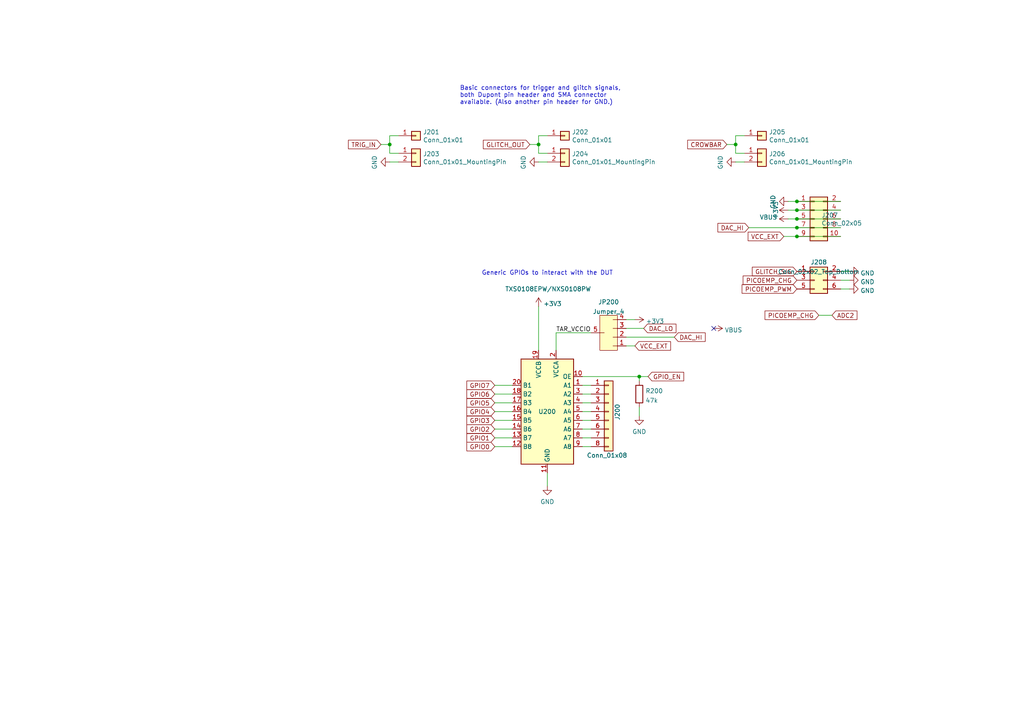
<source format=kicad_sch>
(kicad_sch (version 20211123) (generator eeschema)
  (paper "A4")
  (lib_symbols
    (symbol "Connector_Generic:Conn_01x01" (pin_names (offset 1.016) hide)
      (property "Reference" "J" (at 0 2.54 0))
      (property "Value" "Conn_01x01" (at 0 -2.54 0))
      (symbol "Conn_01x01_1_1"
        (rectangle (start -1.27 0.127) (end 0 -0.127) (stroke (width 0.1524)))
        (rectangle (start -1.27 1.27) (end 1.27 -1.27) (stroke (width 0.254)) (fill (type background)))
        (pin passive line (at -5.08 0 0) (length 3.81) (name "Pin_1") (number "1"))
      )
    )
    (symbol "Connector_Generic:Conn_01x02" (pin_names (offset 1.016) hide)
      (property "Reference" "J" (at 0 2.54 0))
      (property "Value" "Conn_01x02" (at 0 -5.08 0))
      (symbol "Conn_01x02_1_1"
        (rectangle (start -1.27 -2.413) (end 0 -2.667) (stroke (width 0.1524)))
        (rectangle (start -1.27 0.127) (end 0 -0.127) (stroke (width 0.1524)))
        (rectangle (start -1.27 1.27) (end 1.27 -3.81) (stroke (width 0.254)) (fill (type background)))
        (pin passive line (at -5.08 0 0) (length 3.81) (name "Pin_1") (number "1"))
        (pin passive line (at -5.08 -2.54 0) (length 3.81) (name "Pin_2") (number "2"))
      )
    )
    (symbol "Connector_Generic:Conn_01x08" (pin_names (offset 1.016) hide)
      (property "Reference" "J" (at 0 10.16 0))
      (property "Value" "Conn_01x08" (at 0 -12.7 0))
      (symbol "Conn_01x08_1_1"
        (rectangle (start -1.27 -10.033) (end 0 -10.287) (stroke (width 0.1524)))
        (rectangle (start -1.27 -7.493) (end 0 -7.747) (stroke (width 0.1524)))
        (rectangle (start -1.27 -4.953) (end 0 -5.207) (stroke (width 0.1524)))
        (rectangle (start -1.27 -2.413) (end 0 -2.667) (stroke (width 0.1524)))
        (rectangle (start -1.27 0.127) (end 0 -0.127) (stroke (width 0.1524)))
        (rectangle (start -1.27 2.667) (end 0 2.413) (stroke (width 0.1524)))
        (rectangle (start -1.27 5.207) (end 0 4.953) (stroke (width 0.1524)))
        (rectangle (start -1.27 7.747) (end 0 7.493) (stroke (width 0.1524)))
        (rectangle (start -1.27 8.89) (end 1.27 -11.43) (stroke (width 0.254)) (fill (type background)))
        (pin passive line (at -5.08 7.62 0) (length 3.81) (name "Pin_1") (number "1"))
        (pin passive line (at -5.08 5.08 0) (length 3.81) (name "Pin_2") (number "2"))
        (pin passive line (at -5.08 2.54 0) (length 3.81) (name "Pin_3") (number "3"))
        (pin passive line (at -5.08 0 0) (length 3.81) (name "Pin_4") (number "4"))
        (pin passive line (at -5.08 -2.54 0) (length 3.81) (name "Pin_5") (number "5"))
        (pin passive line (at -5.08 -5.08 0) (length 3.81) (name "Pin_6") (number "6"))
        (pin passive line (at -5.08 -7.62 0) (length 3.81) (name "Pin_7") (number "7"))
        (pin passive line (at -5.08 -10.16 0) (length 3.81) (name "Pin_8") (number "8"))
      )
    )
    (symbol "Connector_Generic:Conn_02x03_Odd_Even" (pin_names (offset 1.016) hide)
      (property "Reference" "J" (at 1.27 5.08 0))
      (property "Value" "Conn_02x03_Odd_Even" (at 1.27 -5.08 0))
      (symbol "Conn_02x03_Odd_Even_1_1"
        (rectangle (start -1.27 -2.413) (end 0 -2.667) (stroke (width 0.1524)))
        (rectangle (start -1.27 0.127) (end 0 -0.127) (stroke (width 0.1524)))
        (rectangle (start -1.27 2.667) (end 0 2.413) (stroke (width 0.1524)))
        (rectangle (start -1.27 3.81) (end 3.81 -3.81) (stroke (width 0.254)) (fill (type background)))
        (rectangle (start 3.81 -2.413) (end 2.54 -2.667) (stroke (width 0.1524)))
        (rectangle (start 3.81 0.127) (end 2.54 -0.127) (stroke (width 0.1524)))
        (rectangle (start 3.81 2.667) (end 2.54 2.413) (stroke (width 0.1524)))
        (pin passive line (at -5.08 2.54 0) (length 3.81) (name "Pin_1") (number "1"))
        (pin passive line (at 7.62 2.54 180) (length 3.81) (name "Pin_2") (number "2"))
        (pin passive line (at -5.08 0 0) (length 3.81) (name "Pin_3") (number "3"))
        (pin passive line (at 7.62 0 180) (length 3.81) (name "Pin_4") (number "4"))
        (pin passive line (at -5.08 -2.54 0) (length 3.81) (name "Pin_5") (number "5"))
        (pin passive line (at 7.62 -2.54 180) (length 3.81) (name "Pin_6") (number "6"))
      )
    )
    (symbol "Connector_Generic:Conn_02x05_Odd_Even" (pin_names (offset 1.016) hide)
      (property "Reference" "J" (at 1.27 7.62 0))
      (property "Value" "Conn_02x05_Odd_Even" (at 1.27 -7.62 0))
      (symbol "Conn_02x05_Odd_Even_1_1"
        (rectangle (start -1.27 -4.953) (end 0 -5.207) (stroke (width 0.1524)))
        (rectangle (start -1.27 -2.413) (end 0 -2.667) (stroke (width 0.1524)))
        (rectangle (start -1.27 0.127) (end 0 -0.127) (stroke (width 0.1524)))
        (rectangle (start -1.27 2.667) (end 0 2.413) (stroke (width 0.1524)))
        (rectangle (start -1.27 5.207) (end 0 4.953) (stroke (width 0.1524)))
        (rectangle (start -1.27 6.35) (end 3.81 -6.35) (stroke (width 0.254)) (fill (type background)))
        (rectangle (start 3.81 -4.953) (end 2.54 -5.207) (stroke (width 0.1524)))
        (rectangle (start 3.81 -2.413) (end 2.54 -2.667) (stroke (width 0.1524)))
        (rectangle (start 3.81 0.127) (end 2.54 -0.127) (stroke (width 0.1524)))
        (rectangle (start 3.81 2.667) (end 2.54 2.413) (stroke (width 0.1524)))
        (rectangle (start 3.81 5.207) (end 2.54 4.953) (stroke (width 0.1524)))
        (pin passive line (at -5.08 5.08 0) (length 3.81) (name "Pin_1") (number "1"))
        (pin passive line (at 7.62 -5.08 180) (length 3.81) (name "Pin_10") (number "10"))
        (pin passive line (at 7.62 5.08 180) (length 3.81) (name "Pin_2") (number "2"))
        (pin passive line (at -5.08 2.54 0) (length 3.81) (name "Pin_3") (number "3"))
        (pin passive line (at 7.62 2.54 180) (length 3.81) (name "Pin_4") (number "4"))
        (pin passive line (at -5.08 0 0) (length 3.81) (name "Pin_5") (number "5"))
        (pin passive line (at 7.62 0 180) (length 3.81) (name "Pin_6") (number "6"))
        (pin passive line (at -5.08 -2.54 0) (length 3.81) (name "Pin_7") (number "7"))
        (pin passive line (at 7.62 -2.54 180) (length 3.81) (name "Pin_8") (number "8"))
        (pin passive line (at -5.08 -5.08 0) (length 3.81) (name "Pin_9") (number "9"))
      )
    )
    (symbol "Device:R" (pin_numbers hide) (pin_names (offset 0))
      (property "Reference" "R" (at 2.032 0 90))
      (property "Value" "R" (at 0 0 90))
      (symbol "R_0_1"
        (rectangle (start -1.016 -2.54) (end 1.016 2.54) (stroke (width 0.254)))
      )
      (symbol "R_1_1"
        (pin passive line (at 0 3.81 270) (length 1.27) (name "~") (number "1"))
        (pin passive line (at 0 -3.81 90) (length 1.27) (name "~") (number "2"))
      )
    )
    (symbol "Logic_LevelTranslator:TXS0108EPW"
      (property "Reference" "U" (at -6.35 16.51 0))
      (property "Value" "TXS0108EPW" (at 3.81 16.51 0))
      (symbol "TXS0108EPW_0_1"
        (rectangle (start -7.62 15.24) (end 7.62 -15.24) (stroke (width 0.254)) (fill (type background)))
      )
      (symbol "TXS0108EPW_1_1"
        (pin bidirectional line (at -10.16 7.62 0) (length 2.54) (name "A1") (number "1"))
        (pin input line (at -10.16 10.16 0) (length 2.54) (name "OE") (number "10"))
        (pin power_in line (at 0 -17.78 90) (length 2.54) (name "GND") (number "11"))
        (pin bidirectional line (at 10.16 -10.16 180) (length 2.54) (name "B8") (number "12"))
        (pin bidirectional line (at 10.16 -7.62 180) (length 2.54) (name "B7") (number "13"))
        (pin bidirectional line (at 10.16 -5.08 180) (length 2.54) (name "B6") (number "14"))
        (pin bidirectional line (at 10.16 -2.54 180) (length 2.54) (name "B5") (number "15"))
        (pin bidirectional line (at 10.16 0 180) (length 2.54) (name "B4") (number "16"))
        (pin bidirectional line (at 10.16 2.54 180) (length 2.54) (name "B3") (number "17"))
        (pin bidirectional line (at 10.16 5.08 180) (length 2.54) (name "B2") (number "18"))
        (pin power_in line (at 2.54 17.78 270) (length 2.54) (name "VCCB") (number "19"))
        (pin power_in line (at -2.54 17.78 270) (length 2.54) (name "VCCA") (number "2"))
        (pin bidirectional line (at 10.16 7.62 180) (length 2.54) (name "B1") (number "20"))
        (pin bidirectional line (at -10.16 5.08 0) (length 2.54) (name "A2") (number "3"))
        (pin bidirectional line (at -10.16 2.54 0) (length 2.54) (name "A3") (number "4"))
        (pin bidirectional line (at -10.16 0 0) (length 2.54) (name "A4") (number "5"))
        (pin bidirectional line (at -10.16 -2.54 0) (length 2.54) (name "A5") (number "6"))
        (pin bidirectional line (at -10.16 -5.08 0) (length 2.54) (name "A6") (number "7"))
        (pin bidirectional line (at -10.16 -7.62 0) (length 2.54) (name "A7") (number "8"))
        (pin bidirectional line (at -10.16 -10.16 0) (length 2.54) (name "A8") (number "9"))
      )
    )
    (symbol "misc-mcus:Jumper_4" (pin_names (offset 1.016))
      (property "Reference" "JP" (at 0 11.43 0))
      (property "Value" "Jumper_4" (at 0 11.43 0))
      (symbol "Jumper_4_0_1"
        (rectangle (start -2.54 5.08) (end 2.54 -5.08) (fill (type background)))
        (polyline (pts (xy -2.54 -3.81) (xy -1.27 -3.81)))
        (polyline (pts (xy -2.54 -1.27) (xy -1.27 -1.27)))
        (polyline (pts (xy -2.54 1.27) (xy -1.27 1.27)))
        (polyline (pts (xy -2.54 3.81) (xy -1.27 3.81)))
        (polyline (pts (xy 2.54 0) (xy 1.27 0)))
      )
      (symbol "Jumper_4_1_1"
        (pin passive line (at -5.08 3.81 0) (length 2.54) (name "~") (number "1"))
        (pin passive line (at -5.08 1.27 0) (length 2.54) (name "~") (number "2"))
        (pin passive line (at -5.08 -1.27 0) (length 2.54) (name "~") (number "3"))
        (pin passive line (at -5.08 -3.81 0) (length 2.54) (name "~") (number "4"))
        (pin passive line (at 5.08 0 180) (length 2.54) (name "~") (number "5"))
      )
    )
    (symbol "power:+3.3V" (power) (pin_names (offset 0))
      (property "Value" "+3.3V" (at 0 3.556 0))
      (symbol "+3.3V_0_1"
        (polyline (pts (xy -0.762 1.27) (xy 0 2.54)))
        (polyline (pts (xy 0 0) (xy 0 2.54)))
        (polyline (pts (xy 0 2.54) (xy 0.762 1.27)))
      )
      (symbol "+3.3V_1_1"
        (pin power_in line (at 0 0 90) (length 0) hide (name "+3V3") (number "1"))
      )
    )
    (symbol "power:GND" (power) (pin_names (offset 0))
      (property "Value" "GND" (at 0 -3.81 0))
      (symbol "GND_0_1"
        (polyline (pts (xy 0 0) (xy 0 -1.27) (xy 1.27 -1.27) (xy 0 -2.54) (xy -1.27 -1.27) (xy 0 -1.27)))
      )
      (symbol "GND_1_1"
        (pin power_in line (at 0 0 270) (length 0) hide (name "GND") (number "1"))
      )
    )
    (symbol "power:VBUS" (power) (pin_names (offset 0))
      (property "Value" "VBUS" (at 0 3.81 0))
      (symbol "VBUS_0_1"
        (polyline (pts (xy -0.762 1.27) (xy 0 2.54)))
        (polyline (pts (xy 0 0) (xy 0 2.54)))
        (polyline (pts (xy 0 2.54) (xy 0.762 1.27)))
      )
      (symbol "VBUS_1_1"
        (pin power_in line (at 0 0 90) (length 0) hide (name "VBUS") (number "1"))
      )
    )
  )
  (junction (at 231.14 68.58))
  (junction (at 156.21 41.91))
  (junction (at 231.14 58.42))
  (junction (at 231.14 63.5))
  (junction (at 113.03 41.91))
  (junction (at 231.14 66.04))
  (junction (at 231.14 60.96))
  (junction (at 213.36 41.91))
  (junction (at 185.42 109.22))
  (no_connect (at 207.01 95.25))
  (wire (pts (xy 213.36 41.91) (xy 213.36 44.45)))
  (wire (pts (xy 181.61 97.79) (xy 195.58 97.79)))
  (wire (pts (xy 243.84 68.58) (xy 231.14 68.58)))
  (wire (pts (xy 168.91 111.76) (xy 171.45 111.76)))
  (wire (pts (xy 161.29 101.6) (xy 161.29 96.52)))
  (wire (pts (xy 153.67 41.91) (xy 156.21 41.91)))
  (wire (pts (xy 168.91 124.46) (xy 171.45 124.46)))
  (wire (pts (xy 143.51 124.46) (xy 148.59 124.46)))
  (wire (pts (xy 243.84 63.5) (xy 231.14 63.5)))
  (wire (pts (xy 143.51 119.38) (xy 148.59 119.38)))
  (wire (pts (xy 213.36 46.99) (xy 215.9 46.99)))
  (wire (pts (xy 185.42 109.22) (xy 185.42 110.49)))
  (wire (pts (xy 231.14 63.5) (xy 228.6 63.5)))
  (wire (pts (xy 143.51 114.3) (xy 148.59 114.3)))
  (wire (pts (xy 156.21 39.37) (xy 156.21 41.91)))
  (wire (pts (xy 143.51 116.84) (xy 148.59 116.84)))
  (wire (pts (xy 110.49 41.91) (xy 113.03 41.91)))
  (wire (pts (xy 243.84 78.74) (xy 246.38 78.74)))
  (wire (pts (xy 168.91 109.22) (xy 185.42 109.22)))
  (wire (pts (xy 213.36 39.37) (xy 213.36 41.91)))
  (wire (pts (xy 168.91 116.84) (xy 171.45 116.84)))
  (wire (pts (xy 231.14 60.96) (xy 228.6 60.96)))
  (wire (pts (xy 231.14 58.42) (xy 228.6 58.42)))
  (wire (pts (xy 243.84 81.28) (xy 246.38 81.28)))
  (wire (pts (xy 215.9 39.37) (xy 213.36 39.37)))
  (wire (pts (xy 187.96 109.22) (xy 185.42 109.22)))
  (wire (pts (xy 168.91 121.92) (xy 171.45 121.92)))
  (wire (pts (xy 156.21 46.99) (xy 158.75 46.99)))
  (wire (pts (xy 243.84 66.04) (xy 231.14 66.04)))
  (wire (pts (xy 215.9 44.45) (xy 213.36 44.45)))
  (wire (pts (xy 113.03 39.37) (xy 113.03 41.91)))
  (wire (pts (xy 143.51 111.76) (xy 148.59 111.76)))
  (wire (pts (xy 158.75 39.37) (xy 156.21 39.37)))
  (wire (pts (xy 156.21 41.91) (xy 156.21 44.45)))
  (wire (pts (xy 143.51 121.92) (xy 148.59 121.92)))
  (wire (pts (xy 243.84 83.82) (xy 246.38 83.82)))
  (wire (pts (xy 181.61 92.71) (xy 184.15 92.71)))
  (wire (pts (xy 158.75 137.16) (xy 158.75 140.97)))
  (wire (pts (xy 161.29 96.52) (xy 171.45 96.52)))
  (wire (pts (xy 115.57 39.37) (xy 113.03 39.37)))
  (wire (pts (xy 243.84 60.96) (xy 231.14 60.96)))
  (wire (pts (xy 158.75 44.45) (xy 156.21 44.45)))
  (wire (pts (xy 168.91 129.54) (xy 171.45 129.54)))
  (wire (pts (xy 181.61 95.25) (xy 186.69 95.25)))
  (wire (pts (xy 185.42 118.11) (xy 185.42 120.65)))
  (wire (pts (xy 237.49 91.44) (xy 241.3 91.44)))
  (wire (pts (xy 143.51 129.54) (xy 148.59 129.54)))
  (wire (pts (xy 231.14 68.58) (xy 227.33 68.58)))
  (wire (pts (xy 168.91 114.3) (xy 171.45 114.3)))
  (wire (pts (xy 168.91 119.38) (xy 171.45 119.38)))
  (wire (pts (xy 115.57 44.45) (xy 113.03 44.45)))
  (wire (pts (xy 143.51 127) (xy 148.59 127)))
  (wire (pts (xy 231.14 66.04) (xy 217.17 66.04)))
  (wire (pts (xy 156.21 88.9) (xy 156.21 101.6)))
  (wire (pts (xy 168.91 127) (xy 171.45 127)))
  (wire (pts (xy 113.03 46.99) (xy 115.57 46.99)))
  (wire (pts (xy 210.82 41.91) (xy 213.36 41.91)))
  (wire (pts (xy 243.84 58.42) (xy 231.14 58.42)))
  (wire (pts (xy 113.03 41.91) (xy 113.03 44.45)))
  (wire (pts (xy 181.61 100.33) (xy 184.15 100.33)))
  (text "Basic connectors for trigger and glitch signals,\nboth Dupont pin header and SMA connector\navailable. (Also another pin header for GND.)" (at 133.35 30.48 0) (effects (font (size 1.27 1.27)) (justify left bottom)))
  (text "Generic GPIOs to interact with the DUT" (at 139.7 80.01 0) (effects (font (size 1.27 1.27)) (justify left bottom)))
  (label "TAR_VCCIO" (at 161.29 96.52 0))
  (global_label "DAC_HI" (shape input) (at 195.58 97.79 0) (property "Intersheet References" "${INTERSHEET_REFS}" (effects hide)))
  (global_label "GPIO2" (shape input) (at 143.51 124.46 180) (property "Intersheet References" "${INTERSHEET_REFS}" (effects hide)))
  (global_label "VCC_EXT" (shape input) (at 227.33 68.58 180) (property "Intersheet References" "${INTERSHEET_REFS}" (effects hide)))
  (global_label "GPIO1" (shape input) (at 143.51 127 180) (property "Intersheet References" "${INTERSHEET_REFS}" (effects hide)))
  (global_label "GLITCH_OUT" (shape input) (at 153.67 41.91 180) (property "Intersheet References" "${INTERSHEET_REFS}" (effects hide)))
  (global_label "PICOEMP_PWM" (shape input) (at 231.14 83.82 180) (property "Intersheet References" "${INTERSHEET_REFS}" (effects hide)))
  (global_label "GPIO7" (shape input) (at 143.51 111.76 180) (property "Intersheet References" "${INTERSHEET_REFS}" (effects hide)))
  (global_label "GPIO_EN" (shape input) (at 187.96 109.22 0) (property "Intersheet References" "${INTERSHEET_REFS}" (effects hide)))
  (global_label "GPIO6" (shape input) (at 143.51 114.3 180) (property "Intersheet References" "${INTERSHEET_REFS}" (effects hide)))
  (global_label "GPIO4" (shape input) (at 143.51 119.38 180) (property "Intersheet References" "${INTERSHEET_REFS}" (effects hide)))
  (global_label "GPIO3" (shape input) (at 143.51 121.92 180) (property "Intersheet References" "${INTERSHEET_REFS}" (effects hide)))
  (global_label "ADC2" (shape input) (at 241.3 91.44 0) (property "Intersheet References" "${INTERSHEET_REFS}" (effects hide)))
  (global_label "DAC_HI" (shape input) (at 217.17 66.04 180) (property "Intersheet References" "${INTERSHEET_REFS}" (effects hide)))
  (global_label "TRIG_IN" (shape input) (at 110.49 41.91 180) (property "Intersheet References" "${INTERSHEET_REFS}" (effects hide)))
  (global_label "GPIO0" (shape input) (at 143.51 129.54 180) (property "Intersheet References" "${INTERSHEET_REFS}" (effects hide)))
  (global_label "PICOEMP_CHG" (shape input) (at 231.14 81.28 180) (property "Intersheet References" "${INTERSHEET_REFS}" (effects hide)))
  (global_label "PICOEMP_CHG" (shape input) (at 237.49 91.44 180) (property "Intersheet References" "${INTERSHEET_REFS}" (effects hide)))
  (global_label "GPIO5" (shape input) (at 143.51 116.84 180) (property "Intersheet References" "${INTERSHEET_REFS}" (effects hide)))
  (global_label "DAC_LO" (shape input) (at 186.69 95.25 0) (property "Intersheet References" "${INTERSHEET_REFS}" (effects hide)))
  (global_label "GLITCH_SIG" (shape input) (at 231.14 78.74 180) (property "Intersheet References" "${INTERSHEET_REFS}" (effects hide)))
  (global_label "VCC_EXT" (shape input) (at 184.15 100.33 0) (property "Intersheet References" "${INTERSHEET_REFS}" (effects hide)))
  (global_label "CROWBAR" (shape input) (at 210.82 41.91 180) (property "Intersheet References" "${INTERSHEET_REFS}" (effects hide)))
  (symbol (lib_id "Connector_Generic:Conn_01x01") (at 120.65 39.37 0) (unit 1)
    (property "Reference" "J201" (at 122.682 38.3032 0) (effects (justify left)))
    (property "Value" "Conn_01x01" (at 122.682 40.6146 0) (effects (justify left)))
    (property "Footprint" "Connector_PinHeader_2.54mm:PinHeader_1x01_P2.54mm_Vertical" (effects hide))
  )
  (symbol (lib_id "Connector_Generic:Conn_01x02") (at 120.65 44.45 0) (unit 1)
    (property "Reference" "J203" (at 122.682 44.6532 0) (effects (justify left)))
    (property "Value" "Conn_01x01_MountingPin" (at 122.682 46.9646 0) (effects (justify left)))
    (property "Footprint" "Connector_Coaxial:SMA_Amphenol_132289_EdgeMount" (effects hide))
  )
  (symbol (lib_id "Connector_Generic:Conn_01x01") (at 163.83 39.37 0) (unit 1)
    (property "Reference" "J202" (at 165.862 38.3032 0) (effects (justify left)))
    (property "Value" "Conn_01x01" (at 165.862 40.6146 0) (effects (justify left)))
    (property "Footprint" "Connector_PinHeader_2.54mm:PinHeader_1x01_P2.54mm_Vertical" (effects hide))
  )
  (symbol (lib_id "Connector_Generic:Conn_01x02") (at 163.83 44.45 0) (unit 1)
    (property "Reference" "J204" (at 165.862 44.6532 0) (effects (justify left)))
    (property "Value" "Conn_01x01_MountingPin" (at 165.862 46.9646 0) (effects (justify left)))
    (property "Footprint" "Connector_Coaxial:SMA_Amphenol_132289_EdgeMount" (effects hide))
  )
  (symbol (lib_id "power:GND") (at 113.03 46.99 270) (unit 1)
    (property "Reference" "#PWR0131" (effects hide))
    (property "Value" "GND" (at 108.6358 47.117 0))
  )
  (symbol (lib_id "power:GND") (at 156.21 46.99 270) (unit 1)
    (property "Reference" "#PWR0132" (effects hide))
    (property "Value" "GND" (at 151.8158 47.117 0))
  )
  (symbol (lib_id "Connector_Generic:Conn_02x05_Odd_Even") (at 236.22 63.5 0) (unit 1)
    (property "Reference" "J207" (at 238.252 62.4332 0) (effects (justify left)))
    (property "Value" "Conn_02x05" (at 238.252 64.7446 0) (effects (justify left)))
    (property "Footprint" "Connector_PinHeader_2.54mm:PinHeader_2x05_P2.54mm_Vertical" (effects hide))
  )
  (symbol (lib_id "power:GND") (at 228.6 58.42 270) (unit 1)
    (property "Reference" "#PWR0133" (effects hide))
    (property "Value" "GND" (at 224.2058 58.547 0))
  )
  (symbol (lib_id "power:+3.3V") (at 156.21 88.9 0) (unit 1)
    (property "Reference" "#PWR0134" (effects hide))
    (property "Value" "+3.3V" (at 157.607 88.109 0) (effects (justify left)))
  )
  (symbol (lib_id "Connector_Generic:Conn_02x03_Odd_Even") (at 236.22 81.28 0) (unit 1)
    (property "Reference" "J208" (at 237.49 76.0435 0))
    (property "Value" "Conn_02x02_Top_Bottom" (at 237.49 78.8186 0))
    (property "Footprint" "Connector_PinHeader_2.54mm:PinHeader_2x03_P2.54mm_Vertical" (effects hide))
  )
  (symbol (lib_id "misc-mcus:Jumper_4") (at 176.53 96.52 180) (unit 1)
    (property "Reference" "JP200" (at 176.53 87.6005 0))
    (property "Value" "Jumper_4" (at 176.53 90.3756 0))
    (property "Footprint" "Connector_PinHeader_2.54mm:PinHeader_2x04_P2.54mm_Vertical" (effects hide))
  )
  (symbol (lib_id "power:GND") (at 246.38 83.82 90) (unit 1)
    (property "Reference" "#PWR0162" (effects hide))
    (property "Value" "GND" (at 249.555 84.299 90) (effects (justify right)))
  )
  (symbol (lib_id "power:VBUS") (at 207.01 95.25 270) (unit 1)
    (property "Reference" "#PWR0136" (effects hide))
    (property "Value" "VBUS" (at 210.185 95.729 90) (effects (justify left)))
  )
  (symbol (lib_id "power:+3.3V") (at 184.15 92.71 270) (unit 1)
    (property "Reference" "#PWR0135" (effects hide))
    (property "Value" "+3.3V" (at 187.325 93.189 90) (effects (justify left)))
  )
  (symbol (lib_id "Device:R") (at 185.42 114.3 180) (unit 1)
    (property "Reference" "R200" (at 187.198 113.3915 0) (effects (justify right)))
    (property "Value" "47k" (at 187.198 116.1666 0) (effects (justify right)))
    (property "Footprint" "Resistor_SMD:R_0805_2012Metric_Pad1.20x1.40mm_HandSolder" (effects hide))
  )
  (symbol (lib_id "Connector_Generic:Conn_01x01") (at 220.98 39.37 0) (unit 1)
    (property "Reference" "J205" (at 223.012 38.3032 0) (effects (justify left)))
    (property "Value" "Conn_01x01" (at 223.012 40.6146 0) (effects (justify left)))
    (property "Footprint" "Connector_PinHeader_2.54mm:PinHeader_1x01_P2.54mm_Vertical" (effects hide))
  )
  (symbol (lib_id "power:GND") (at 158.75 140.97 0) (unit 1)
    (property "Reference" "#PWR0108" (effects hide))
    (property "Value" "GND" (at 158.75 145.5325 0))
  )
  (symbol (lib_id "power:VBUS") (at 228.6 63.5 90) (unit 1)
    (property "Reference" "#PWR0137" (effects hide))
    (property "Value" "VBUS" (at 225.425 63.021 90) (effects (justify left)))
  )
  (symbol (lib_id "Connector_Generic:Conn_01x02") (at 220.98 44.45 0) (unit 1)
    (property "Reference" "J206" (at 223.012 44.6532 0) (effects (justify left)))
    (property "Value" "Conn_01x01_MountingPin" (at 223.012 46.9646 0) (effects (justify left)))
    (property "Footprint" "Connector_Coaxial:SMA_Amphenol_132289_EdgeMount" (effects hide))
  )
  (symbol (lib_id "Logic_LevelTranslator:TXS0108EPW") (at 158.75 119.38 0) (mirror y) (unit 1)
    (property "Reference" "U200" (at 161.29 119.38 0) (effects (justify left)))
    (property "Value" "TXS0108EPW/NXS0108PW" (at 171.45 83.82 0) (effects (justify left)))
    (property "Footprint" "Package_SO:TSSOP-20_4.4x6.5mm_P0.65mm" (effects hide))
    (property "Datasheet" "www.ti.com/lit/ds/symlink/txs0108e.pdf" (effects hide))
  )
  (symbol (lib_id "power:GND") (at 246.38 81.28 90) (unit 1)
    (property "Reference" "#PWR0163" (effects hide))
    (property "Value" "GND" (at 249.555 81.759 90) (effects (justify right)))
  )
  (symbol (lib_id "power:GND") (at 213.36 46.99 270) (unit 1)
    (property "Reference" "#PWR0141" (effects hide))
    (property "Value" "GND" (at 208.9658 47.117 0))
  )
  (symbol (lib_id "Connector_Generic:Conn_01x08") (at 176.53 119.38 0) (unit 1)
    (property "Reference" "J200" (at 179.07 121.92 90) (effects (justify left)))
    (property "Value" "Conn_01x08" (at 170.18 132.08 0) (effects (justify left)))
    (property "Footprint" "Connector_PinHeader_2.54mm:PinHeader_1x08_P2.54mm_Horizontal" (effects hide))
  )
  (symbol (lib_id "power:GND") (at 185.42 120.65 0) (mirror y) (unit 1)
    (property "Reference" "#PWR0109" (effects hide))
    (property "Value" "GND" (at 185.42 125.2125 0))
  )
  (symbol (lib_id "power:+3.3V") (at 228.6 60.96 90) (unit 1)
    (property "Reference" "#PWR0157" (effects hide))
    (property "Value" "+3.3V" (at 224.9955 60.96 0))
  )
  (symbol (lib_id "power:GND") (at 246.38 78.74 90) (unit 1)
    (property "Reference" "#PWR0164" (effects hide))
    (property "Value" "GND" (at 249.555 79.219 90) (effects (justify right)))
  )
)
</source>
